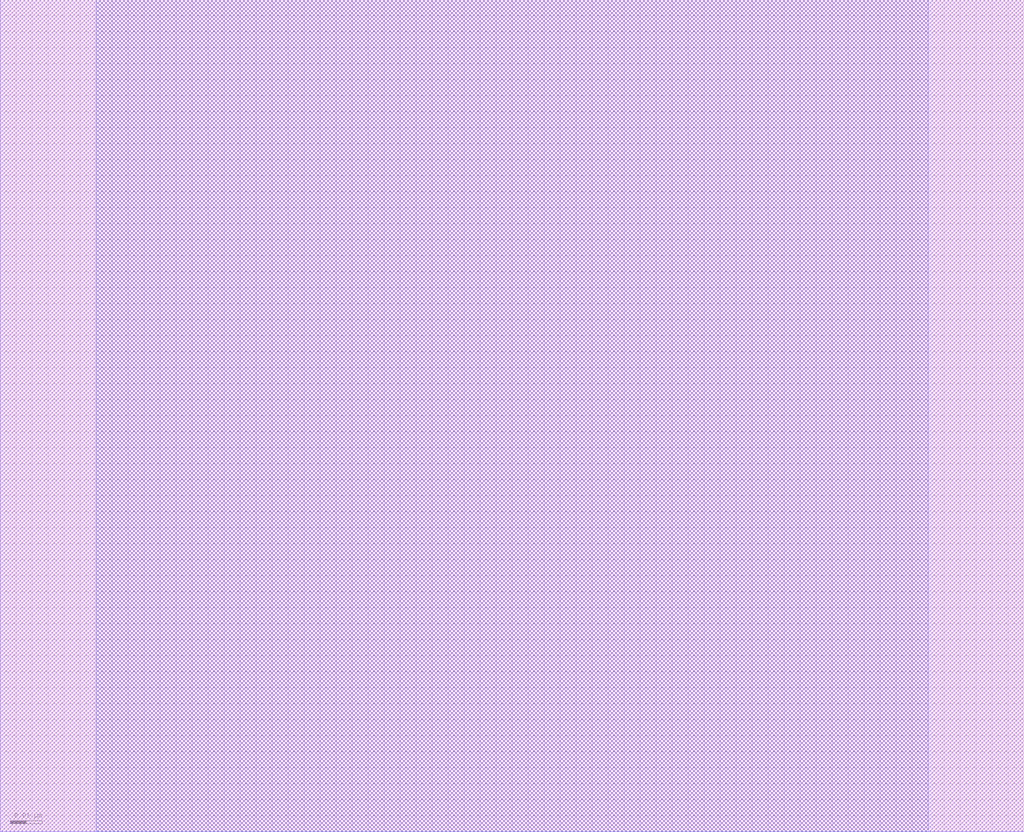
<source format=lef>
# Copyright 2020 The SkyWater PDK Authors
#
# Licensed under the Apache License, Version 2.0 (the "License");
# you may not use this file except in compliance with the License.
# You may obtain a copy of the License at
#
#     https://www.apache.org/licenses/LICENSE-2.0
#
# Unless required by applicable law or agreed to in writing, software
# distributed under the License is distributed on an "AS IS" BASIS,
# WITHOUT WARRANTIES OR CONDITIONS OF ANY KIND, either express or implied.
# See the License for the specific language governing permissions and
# limitations under the License.
#
# SPDX-License-Identifier: Apache-2.0

VERSION 5.7 ;
  NOWIREEXTENSIONATPIN ON ;
  DIVIDERCHAR "/" ;
  BUSBITCHARS "[]" ;
MACRO sky130_fd_pr__via_m1m2__example1
  CLASS BLOCK ;
  FOREIGN sky130_fd_pr__via_m1m2__example1 ;
  ORIGIN  0.000000  0.000000 ;
  SIZE  0.320000 BY  0.260000 ;
  OBS
    LAYER met1 ;
      RECT 0.000000 0.000000 0.320000 0.260000 ;
    LAYER met2 ;
      RECT 0.000000 0.000000 0.320000 0.260000 ;
    LAYER via ;
      RECT 0.030000 0.000000 0.290000 0.260000 ;
  END
END sky130_fd_pr__via_m1m2__example1
END LIBRARY

</source>
